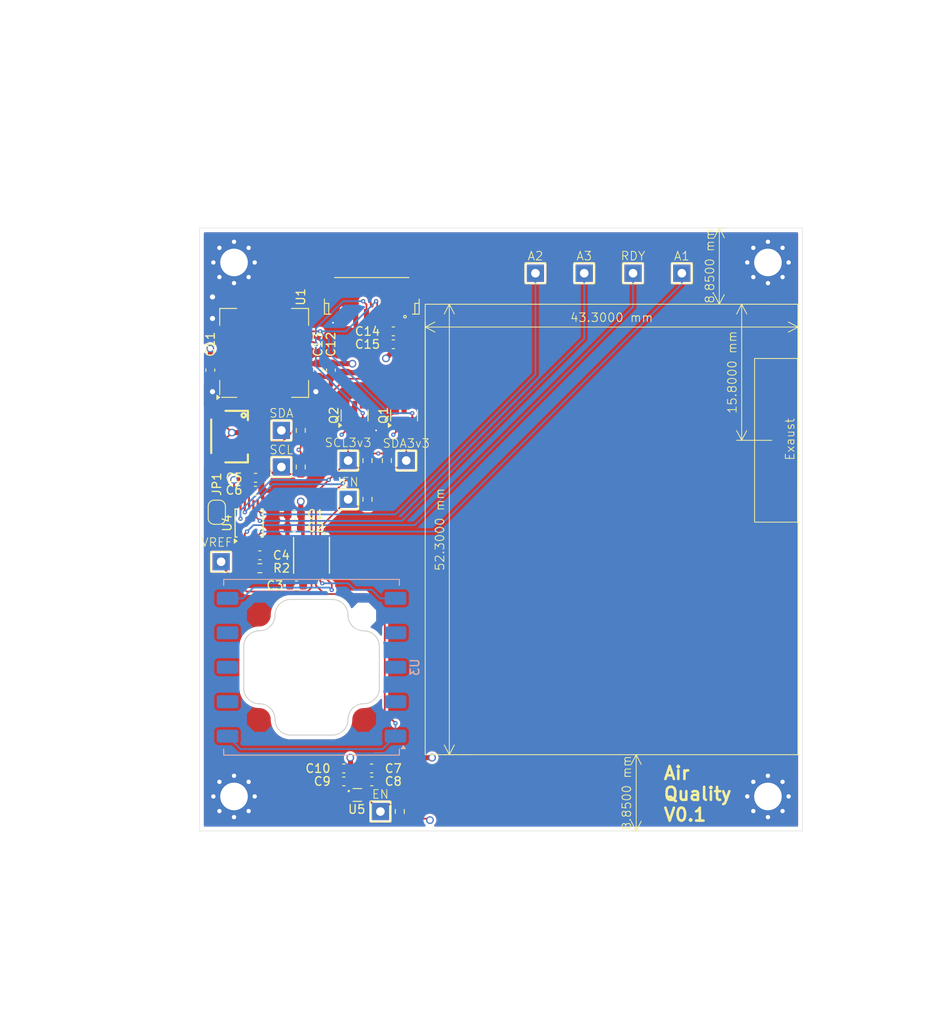
<source format=kicad_pcb>
(kicad_pcb (version 20241229) (generator "pcbnew") (generator_version "9.0")
  (layers (0 "F.Cu" signal) (4 "In1.Cu" power "Ground") (6 "In2.Cu" power "Power") (2 "B.Cu" signal) (13 "F.Paste" user) (15 "B.Paste" user) (5 "F.SilkS" user "F.Silkscreen") (7 "B.SilkS" user "B.Silkscreen") (1 "F.Mask" user) (3 "B.Mask" user) (25 "Edge.Cuts" user))
  (net 0 "")
  (net 1 "GND")
  (net 2 "/i2c-horiz/I2C.SDA")
  (net 3 "/i2c-horiz/I2C.SCL")
  (net 7 "Net-(U2-C2)")
  (net 8 "Net-(U2-C1)")
  (net 9 "Net-(U4-AIN0)")
  (net 10 "/3v3/VIN")
  (net 11 "/3v3/VOUT")
  (net 12 "Net-(Q1-D)")
  (net 13 "Net-(Q2-D)")
  (net 14 "Net-(JP1-B)")
  (net 15 "Net-(U2-!EN)")
  (net 16 "Net-(U2-VOUT)")
  (net 17 "Net-(U5-EN)")
  (net 18 "Net-(U2-VREF)")
  (net 19 "Net-(U4-AIN1)")
  (net 20 "Net-(U4-AIN2)")
  (net 21 "Net-(U4-AIN3)")
  (net 22 "Net-(U4-ALERT{slash}RDY)")
  (net 23 "Net-(U2-CE)")
  (net 24 "Net-(U2-WE)")
  (net 26 "Net-(U2-RE)")
  (footprint "Capacitor_SMD:C_0603_1608Metric" (layer "F.Cu") (at 13.25 28.5 -90)
    (property "Reference" "C11")
    (property "Value" "100nF")
  )
  (footprint "Capacitor_SMD:C_0603_1608Metric" (layer "F.Cu") (at 25.75 28.5 -90)
    (property "Reference" "C13")
    (property "Value" "100nF")
  )
  (footprint "Sensor:Sensirion_SCD4x-1EP_10.1x10.1mm_P1.25mm_EP4.8x4.8mm" (layer "F.Cu") (at 19.5 26.5 90)
    (property "Reference" "U1")
    (property "Value" "SCD41-D-R2")
  )
  (footprint "easyeda2kicad:LabeledTestPoint" (layer "F.Cu") (at 14.5 50.75)
    (property "Reference" "TP2" (hide yes))
    (property "Value" "LabeledTestPoint")
  )
  (footprint "easyeda2kicad:LabeledTestPoint" (layer "F.Cu") (at 29.25 39)
    (property "Reference" "TP8" (hide yes))
    (property "Value" "LabeledTestPoint")
  )
  (footprint "easyeda2kicad:WSON-14_L4.0-W4.0-P0.50-BL-EP-1" (layer "F.Cu") (at 25 50 180)
    (property "Reference" "U2" (hide yes))
    (property "Value" "LMP91000SDX/NOPB")
  )
  (footprint "MountingHole:MountingHole_3.2mm_M3_Pad_Via" (layer "F.Cu") (at 16 78)
    (property "Reference" "H1" (hide yes))
    (property "Value" "MountingHole_Pad")
  )
  (footprint "Capacitor_SMD:C_0603_1608Metric" (layer "F.Cu") (at 31.975 74.75)
    (property "Reference" "C7")
    (property "Value" "4.7uF")
  )
  (footprint "Capacitor_SMD:C_0603_1608Metric" (layer "F.Cu") (at 34.5 25.5 180)
    (property "Reference" "C15")
    (property "Value" "1uF")
  )
  (footprint "easyeda2kicad:LabeledTestPoint" (layer "F.Cu") (at 68 17.25)
    (property "Reference" "TP3" (hide yes))
    (property "Value" "LabeledTestPoint")
  )
  (footprint "MountingHole:MountingHole_3.2mm_M3_Pad_Via" (layer "F.Cu") (at 78 78)
    (property "Reference" "H4" (hide yes))
    (property "Value" "MountingHole_Pad")
  )
  (footprint "Resistor_SMD:R_0603_1608Metric" (layer "F.Cu") (at 31.5 39 -90)
    (property "Reference" "R4" (hide yes))
    (property "Value" "4.7k")
  )
  (footprint "easyeda2kicad:LabeledTestPoint" (layer "F.Cu") (at 29.25 43.5)
    (property "Reference" "TP1" (hide yes))
    (property "Value" "LabeledTestPoint")
  )
  (footprint "Resistor_SMD:R_0603_1608Metric" (layer "F.Cu") (at 33.75 39 -90)
    (property "Reference" "R5" (hide yes))
    (property "Value" "4.7k")
  )
  (footprint "easyeda2kicad:LabeledTestPoint" (layer "F.Cu") (at 21.5 39.75)
    (property "Reference" "TP10" (hide yes))
    (property "Value" "LabeledTestPoint")
  )
  (footprint "Package_SO:TSSOP-10_3x3mm_P0.5mm" (layer "F.Cu") (at 17.75 46.25 90)
    (property "Reference" "U4")
    (property "Value" "ADS1115IDGS")
  )
  (footprint "Resistor_SMD:R_0603_1608Metric" (layer "F.Cu") (at 23.75 35.5 90)
    (property "Reference" "R7" (hide yes))
    (property "Value" "10k")
  )
  (footprint "Capacitor_SMD:C_0603_1608Metric" (layer "F.Cu") (at 18.5 41)
    (property "Reference" "C5")
    (property "Value" "1uF")
  )
  (footprint "Capacitor_SMD:C_0603_1608Metric" (layer "F.Cu") (at 32 76.25)
    (property "Reference" "C8")
    (property "Value" "1uF")
  )
  (footprint "easyeda2kicad:CONN-TH_SM06B-GHS-TB-LF-SN" (layer "F.Cu") (at 32 20.5 180)
    (property "Reference" "CN1" (hide yes))
    (property "Value" "SM06B-GHS-TB(LF)(SN)")
  )
  (footprint "Capacitor_SMD:C_0603_1608Metric" (layer "F.Cu") (at 19 50)
    (property "Reference" "C4")
    (property "Value" "1uF")
  )
  (footprint "Capacitor_SMD:C_0603_1608Metric" (layer "F.Cu") (at 34.5 24 180)
    (property "Reference" "C14")
    (property "Value" "100nf")
  )
  (footprint "easyeda2kicad:LabeledTestPoint" (layer "F.Cu") (at 36 39)
    (property "Reference" "TP9" (hide yes))
    (property "Value" "LabeledTestPoint")
  )
  (footprint "Capacitor_SMD:C_0603_1608Metric" (layer "F.Cu") (at 27.25 28.5 -90)
    (property "Reference" "C12")
    (property "Value" "10uF")
  )
  (footprint "Capacitor_SMD:C_0603_1608Metric" (layer "F.Cu") (at 28.75 74.75 180)
    (property "Reference" "C10")
    (property "Value" "4.7uF")
  )
  (footprint "easyeda2kicad:LabeledTestPoint" (layer "F.Cu") (at 56.666667 17.25)
    (property "Reference" "TP5" (hide yes))
    (property "Value" "LabeledTestPoint")
  )
  (footprint "Capacitor_SMD:C_0603_1608Metric" (layer "F.Cu") (at 22.975 46.75 180)
    (property "Reference" "C2")
    (property "Value" "100nF")
  )
  (footprint "Capacitor_SMD:C_0603_1608Metric" (layer "F.Cu") (at 28.75 76.25 180)
    (property "Reference" "C9")
    (property "Value" "1uF")
  )
  (footprint "Resistor_SMD:R_0603_1608Metric" (layer "F.Cu") (at 23.75 39.75 -90)
    (property "Reference" "R6" (hide yes))
    (property "Value" "10k")
  )
  (footprint "easyeda2kicad:LabeledTestPoint" (layer "F.Cu") (at 21.5 35.5)
    (property "Reference" "TP11" (hide yes))
    (property "Value" "LabeledTestPoint")
  )
  (footprint "MountingHole:MountingHole_3.2mm_M3_Pad_Via" (layer "F.Cu") (at 78 16)
    (property "Reference" "H3" (hide yes))
    (property "Value" "MountingHole_Pad")
  )
  (footprint "Jumper:SolderJumper-2_P1.3mm_Bridged2Bar_RoundedPad1.0x1.5mm" (layer "F.Cu") (at 14 45 -90)
    (property "Reference" "JP1")
    (property "Value" "SolderJumper_2_Bridged")
  )
  (footprint "MountingHole:MountingHole_3.2mm_M3_Pad_Via" (layer "F.Cu") (at 16 16)
    (property "Reference" "H2" (hide yes))
    (property "Value" "MountingHole_Pad")
  )
  (footprint "Capacitor_SMD:C_0603_1608Metric" (layer "F.Cu") (at 23 45.25 180)
    (property "Reference" "C1")
    (property "Value" "1uF")
  )
  (footprint "Package_TO_SOT_SMD:SOT-23" (layer "F.Cu") (at 30 33.75 90)
    (property "Reference" "Q2")
    (property "Value" "BSS138")
  )
  (footprint "Resistor_SMD:R_0603_1608Metric" (layer "F.Cu") (at 35.25 79.75 90)
    (property "Reference" "R3" (hide yes))
    (property "Value" "R")
  )
  (footprint "easyeda2kicad:LabeledTestPoint" (layer "F.Cu") (at 33 79.75)
    (property "Reference" "TP7" (hide yes))
    (property "Value" "LabeledTestPoint")
  )
  (footprint "Resistor_SMD:R_0603_1608Metric" (layer "F.Cu") (at 19 51.5 180)
    (property "Reference" "R2")
    (property "Value" "1k")
  )
  (footprint "easyeda2kicad:LabeledTestPoint" (layer "F.Cu") (at 51 17.25)
    (property "Reference" "TP4" (hide yes))
    (property "Value" "LabeledTestPoint")
  )
  (footprint "Resistor_SMD:R_0603_1608Metric" (layer "F.Cu") (at 31.5 43.5 90)
    (property "Reference" "R1" (hide yes))
    (property "Value" "10k")
  )
  (footprint "Capacitor_SMD:C_0603_1608Metric" (layer "F.Cu") (at 18.5 42.5)
    (property "Reference" "C6")
    (property "Value" "100nF")
  )
  (footprint "Package_SON:Texas_X2SON-4_1x1mm_P0.65mm" (layer "F.Cu") (at 30.32 77.825)
    (property "Reference" "U5")
    (property "Value" "TPS7A20xxxDQN")
  )
  (footprint "Capacitor_SMD:C_0603_1608Metric" (layer "F.Cu") (at 23.25 53.5 180)
    (property "Reference" "C3")
    (property "Value" "C")
  )
  (footprint "Package_TO_SOT_SMD:SOT-23" (layer "F.Cu") (at 35.75 33.75 90)
    (property "Reference" "Q1")
    (property "Value" "BSS138")
  )
  (footprint "easyeda2kicad:LabeledTestPoint" (layer "F.Cu") (at 62.333333 17.25)
    (property "Reference" "TP6" (hide yes))
    (property "Value" "LabeledTestPoint")
  )
  (footprint "easyeda2kicad:CONN-SMD_4P-P1.00_SM04B-SRSS-TB-LF-SN" (layer "F.Cu") (at 15.81 36.25 -90)
    (property "Reference" "CN2" (hide yes))
    (property "Value" "SM04B-SRSS-TB (LF)(SN)")
  )
  (footprint "Sensor:SPEC_110-xxx_SMD-10Pin_20x20mm_P4.0mm" (layer "B.Cu") (at 25 63 90)
    (property "Reference" "U3")
    (property "Value" "3SP-H2S-50_110-304" (hide yes))
    (fp_line (start 2.415 -7.875) (end -2.415 -7.875) (stroke (width 0.12)) (layer "Edge.Cuts"))
    (fp_line (start 7.875 2.415) (end 7.875 -2.415) (stroke (width 0.12)) (layer "Edge.Cuts"))
    (fp_line (start -7.875 2.415) (end -7.875 -2.415) (stroke (width 0.12)) (layer "Edge.Cuts"))
    (fp_line (start 2.415 7.875) (end -2.415 7.875) (stroke (width 0.12)) (layer "Edge.Cuts"))
    (fp_arc (start 2.415 -7.875) (mid 3.701934 -7.341934) (end 4.235 -6.055) (stroke (width 0.12)) (layer "Edge.Cuts"))
    (fp_arc (start -4.235 -6.055) (mid -3.701934 -7.341934) (end -2.415 -7.875) (stroke (width 0.12)) (layer "Edge.Cuts"))
    (fp_arc (start -4.235 -6.055) (mid -4.768066 -4.768066) (end -6.055 -4.235) (stroke (width 0.12)) (layer "Edge.Cuts"))
    (fp_arc (start 6.055 -4.235) (mid 4.768066 -4.768066) (end 4.235 -6.055) (stroke (width 0.12)) (layer "Edge.Cuts"))
    (fp_arc (start 6.055 -4.235) (mid 7.341934 -3.701934) (end 7.875 -2.415) (stroke (width 0.12)) (layer "Edge.Cuts"))
    (fp_arc (start -7.875 -2.415) (mid -7.341934 -3.701934) (end -6.055 -4.235) (stroke (width 0.12)) (layer "Edge.Cuts"))
    (fp_arc (start 7.875 2.415) (mid 7.341934 3.701934) (end 6.055 4.235) (stroke (width 0.12)) (layer "Edge.Cuts"))
    (fp_arc (start -6.055 4.235) (mid -7.341934 3.701934) (end -7.875 2.415) (stroke (width 0.12)) (layer "Edge.Cuts"))
    (fp_arc (start -6.055 4.235) (mid -4.768066 4.768066) (end -4.235 6.055) (stroke (width 0.12)) (layer "Edge.Cuts"))
    (fp_arc (start 4.235 6.055) (mid 4.768066 4.768066) (end 6.055 4.235) (stroke (width 0.12)) (layer "Edge.Cuts"))
    (fp_arc (start 4.235 6.055) (mid 3.701934 7.341934) (end 2.415 7.875) (stroke (width 0.12)) (layer "Edge.Cuts"))
    (fp_arc (start -2.415 7.875) (mid -3.701934 7.341934) (end -4.235 6.055) (stroke (width 0.12)) (layer "Edge.Cuts"))
  )
  (gr_rect (start 76.45 27.15) (end 81.45 46.15) (stroke (width 0.1)) (fill no) (layer "F.SilkS"))
  (gr_rect (start 38.2 20.85) (end 81.5 73.15) (stroke (width 0.1)) (fill no) (layer "F.SilkS"))
  (gr_poly (pts (xy 12 12) (xy 82 12) (xy 82 82) (xy 12 82)) (stroke (width 0.05)) (fill no) (layer "Edge.Cuts"))
  (gr_text "Air \nQuality\nV0.1" (at 65.75 81 0) (layer "F.SilkS") (effects (font (size 1.5 1.5) (thickness 0.3) (bold yes)) (justify left bottom)))
  (gr_text "Exaust" (at 81.15 39.05 90) (layer "F.SilkS") (effects (font (size 1 1) (thickness 0.1)) (justify left bottom)))
  (dimension (type orthogonal) (layer "F.SilkS") (pts (xy 79.05 20.85) (xy 78.95 36.65)) (height -4.1) (orientation 1) (format (prefix "") (suffix "") (units 3) (units_format 1) (precision 4)) (style (thickness 0.1) (arrow_length 1.27) (text_position_mode 0) (arrow_direction outward) (extension_height 0.58642) (extension_offset 0.5) (keep_text_aligned yes)) (gr_text "15.8000 mm" (at 73.85 28.75 90) (layer "F.SilkS") (effects (font (size 1 1) (thickness 0.1)))))
  (dimension (type orthogonal) (layer "F.SilkS") (pts (xy 38.2 43) (xy 81.5 43)) (height -19.5) (orientation 0) (format (prefix "") (suffix "") (units 3) (units_format 1) (precision 4)) (style (thickness 0.1) (arrow_length 1.27) (text_position_mode 0) (arrow_direction outward) (extension_height 0.58642) (extension_offset 0.5) (keep_text_aligned yes)) (gr_text "43.3000 mm" (at 59.85 22.4 0) (layer "F.SilkS") (effects (font (size 1 1) (thickness 0.1)))))
  (dimension (type orthogonal) (layer "F.SilkS") (pts (xy 63.55 82) (xy 63.1 73.15)) (height -0.85) (orientation 1) (format (prefix "") (suffix "") (units 3) (units_format 1) (precision 4)) (style (thickness 0.1) (arrow_length 1.27) (text_position_mode 0) (arrow_direction outward) (extension_height 0.58642) (extension_offset 0.5) (keep_text_aligned yes)) (gr_text "8.8500 mm" (at 61.6 77.575 90) (layer "F.SilkS") (effects (font (size 1 1) (thickness 0.1)))))
  (dimension (type orthogonal) (layer "F.SilkS") (pts (xy 42 20.85) (xy 44 73.15)) (height -1) (orientation 1) (format (prefix "") (suffix "") (units 3) (units_format 1) (precision 4)) (style (thickness 0.1) (arrow_length 1.27) (text_position_mode 0) (arrow_direction outward) (extension_height 0.58642) (extension_offset 0.5) (keep_text_aligned yes)) (gr_text "52.3000 mm" (at 39.9 47 90) (layer "F.SilkS") (effects (font (size 1 1) (thickness 0.1)))))
  (dimension (type orthogonal) (layer "F.SilkS") (pts (xy 72.15 12) (xy 72.55 20.85)) (height 0.2) (orientation 1) (format (prefix "") (suffix "") (units 3) (units_format 1) (precision 4)) (style (thickness 0.1) (arrow_length 1.27) (text_position_mode 0) (arrow_direction outward) (extension_height 0.58642) (extension_offset 0.5) (keep_text_aligned yes)) (gr_text "8.8500 mm" (at 71.25 16.425 90) (layer "F.SilkS") (effects (font (size 1 1) (thickness 0.1)))))
  (segment (start 13.525 29) (end 13.25 29.275) (width 0.6) (layer "F.Cu") (net 1))
  (segment (start 23.65 29) (end 25.475 29) (width 0.5) (layer "F.Cu") (net 1))
  (segment (start 29.89 78.15) (end 29.995 78.15) (width 0.2) (layer "F.Cu") (net 1))
  (segment (start 15.35 29) (end 13.525 29) (width 0.6) (layer "F.Cu") (net 1))
  (segment (start 17.75 48.4) (end 17.75 49.25) (width 0.2) (layer "F.Cu") (net 1))
  (segment (start 29.995 78.15) (end 30.32 77.825) (width 0.2) (layer "F.Cu") (net 1))
  (segment (start 17.75 49.25) (end 16.75 50.25) (width 0.2) (layer "F.Cu") (net 1))
  (segment (start 25.475 29) (end 25.75 29.275) (width 0.5) (layer "F.Cu") (net 1))
  (via (at 25.5 31) (size 0.9) (drill 0.6) (layers "F.Cu" "B.Cu") (net 1))
  (via (at 13.5 22.5) (size 0.9) (drill 0.6) (layers "F.Cu" "B.Cu") (net 1))
  (via (at 27.5 23) (size 0.5) (drill 0.2) (layers "F.Cu" "B.Cu") (net 1))
  (via (at 13.5 20) (size 0.9) (drill 0.6) (layers "F.Cu" "B.Cu") (net 1))
  (via (at 13.5 31) (size 0.9) (drill 0.6) (layers "F.Cu" "B.Cu") (net 1))
  (via (at 32.5 35.5) (size 0.5) (drill 0.2) (layers "F.Cu" "B.Cu") (net 1))
  (segment (start 33.122 40.453) (end 33.75 39.825) (width 0.2) (layer "F.Cu") (net 2))
  (segment (start 32.63 20.63) (end 32.5 20.5) (width 0.2) (layer "F.Cu") (net 2))
  (segment (start 35.175 39.825) (end 36 39) (width 0.2) (layer "F.Cu") (net 2))
  (segment (start 25.5 48.09) (end 25.5 44.794) (width 0.2) (layer "F.Cu") (net 2))
  (segment (start 36 35.3875) (end 36.7 34.6875) (width 0.2) (layer "F.Cu") (net 2))
  (segment (start 25.5 44.794) (end 28.647 41.647) (width 0.2) (layer "F.Cu") (net 2))
  (segment (start 23.65 24) (end 26 24) (width 0.2) (layer "F.Cu") (net 2))
  (segment (start 29.841 40.453) (end 33.122 40.453) (width 0.2) (layer "F.Cu") (net 2))
  (segment (start 33.75 39.825) (end 35.175 39.825) (width 0.2) (layer "F.Cu") (net 2))
  (segment (start 28.647 41.647) (end 29.841 40.453) (width 0.2) (layer "F.Cu") (net 2))
  (segment (start 36 39) (end 36 35.3875) (width 0.2) (layer "F.Cu") (net 2))
  (segment (start 36.7 34.6875) (end 36.7 33.5) (width 0.2) (layer "F.Cu") (net 2))
  (segment (start 32.63 22.25) (end 32.63 20.63) (width 0.2) (layer "F.Cu") (net 2))
  (segment (start 17.25 44.1) (end 17.25 45) (width 0.2) (layer "F.Cu") (net 2))
  (via (at 17.25 45) (size 0.5) (drill 0.2) (layers "F.Cu" "B.Cu") (net 2))
  (via (at 36.7 33.5) (size 0.5) (drill 0.2) (layers "F.Cu" "B.Cu") (net 2))
  (via (at 28.647 41.647) (size 0.5) (drill 0.2) (layers "F.Cu" "B.Cu") (net 2))
  (via (at 32.5 20.5) (size 0.5) (drill 0.2) (layers "F.Cu" "B.Cu") (net 2))
  (via (at 26 24) (size 0.5) (drill 0.2) (layers "F.Cu" "B.Cu") (net 2))
  (segment (start 27 26.5) (end 34 33.5) (width 0.2) (layer "B.Cu") (net 2))
  (segment (start 27 25) (end 27 26.5) (width 0.2) (layer "B.Cu") (net 2))
  (segment (start 28.5 41.75) (end 20.5 41.75) (width 0.2) (layer "B.Cu") (net 2))
  (segment (start 26 24) (end 29 24) (width 0.2) (layer "B.Cu") (net 2))
  (segment (start 20.5 41.75) (end 17.25 45) (width 0.2) (layer "B.Cu") (net 2))
  (segment (start 34 33.5) (end 36.7 33.5) (width 0.2) (layer "B.Cu") (net 2))
  (segment (start 27 25) (end 26 24) (width 0.2) (layer "B.Cu") (net 2))
  (segment (start 29 24) (end 32.5 20.5) (width 0.2) (layer "B.Cu") (net 2))
  (segment (start 31.38 20.88) (end 31 20.5) (width 0.2) (layer "F.Cu") (net 3))
  (segment (start 25.25 25.25) (end 25.5 25.5) (width 0.2) (layer "F.Cu") (net 3))
  (segment (start 16.75 44.1) (end 16.75 45.75) (width 0.2) (layer "F.Cu") (net 3))
  (segment (start 29.25 36.3875) (end 30.95 34.6875) (width 0.2) (layer "F.Cu") (net 3))
  (segment (start 25 43.25) (end 29.25 39) (width 0.2) (layer "F.Cu") (net 3))
  (segment (start 31.5 39.825) (end 30.075 39.825) (width 0.2) (layer "F.Cu") (net 3))
  (segment (start 30.075 39.825) (end 29.25 39) (width 0.2) (layer "F.Cu") (net 3))
  (segment (start 23.65 25.25) (end 25.25 25.25) (width 0.2) (layer "F.Cu") (net 3))
  (segment (start 25 48.09) (end 25 43.25) (width 0.2) (layer "F.Cu") (net 3))
  (segment (start 30.95 34.6875) (end 30.95 33.5) (width 0.2) (layer "F.Cu") (net 3))
  (segment (start 29.25 39) (end 29.25 36.3875) (width 0.2) (layer "F.Cu") (net 3))
  (segment (start 31.38 22.25) (end 31.38 20.88) (width 0.2) (layer "F.Cu") (net 3))
  (via (at 16.75 45.75) (size 0.5) (drill 0.2) (layers "F.Cu" "B.Cu") (net 3))
  (via (at 25.5 25.5) (size 0.5) (drill 0.2) (layers "F.Cu" "B.Cu") (net 3))
  (via (at 27 41.25) (size 0.5) (drill 0.2) (layers "F.Cu" "B.Cu") (net 3))
  (via (at 30.95 33.5) (size 0.5) (drill 0.2) (layers "F.Cu" "B.Cu") (net 3))
  (via (at 31 20.5) (size 0.5) (drill 0.2) (layers "F.Cu" "B.Cu") (net 3))
  (segment (start 25.5 23.662003) (end 28.662003 20.5) (width 0.2) (layer "B.Cu") (net 3))
  (segment (start 16.75 44.824005) (end 20.324005 41.25) (width 0.2) (layer "B.Cu") (net 3))
  (segment (start 16.75 45.75) (end 16.75 44.824005) (width 0.2) (layer "B.Cu") (net 3))
  (segment (start 20.324005 41.25) (end 27 41.25) (width 0.2) (layer "B.Cu") (net 3))
  (segment (start 30.95 33.5) (end 25.5 28.05) (width 0.2) (layer "B.Cu") (net 3))
  (segment (start 25.5 25.5) (end 25.5 23.662003) (width 0.2) (layer "B.Cu") (net 3))
  (segment (start 25.5 28.05) (end 25.5 25.5) (width 0.2) (layer "B.Cu") (net 3))
  (segment (start 28.662003 20.5) (end 31 20.5) (width 0.2) (layer "B.Cu") (net 3))
  (segment (start 24 52.336) (end 24 51.91) (width 0.2) (layer "F.Cu") (net 7))
  (segment (start 22.836 53.5) (end 24 52.336) (width 0.2) (layer "F.Cu") (net 7))
  (segment (start 22.475 53.5) (end 22.836 53.5) (width 0.2) (layer "F.Cu") (net 7))
  (segment (start 24.5 53.025) (end 24.5 51.91) (width 0.2) (layer "F.Cu") (net 8))
  (segment (start 24.025 53.5) (end 24.5 53.025) (width 0.2) (layer "F.Cu") (net 8))
  (segment (start 18.15 51.5) (end 18.15 50.075) (width 0.2) (layer "F.Cu") (net 9))
  (segment (start 18.225 50) (end 18.225 48.425) (width 0.2) (layer "F.Cu") (net 9))
  (segment (start 18.15 50.075) (end 18.225 50) (width 0.2) (layer "F.Cu") (net 9))
  (segment (start 18.225 48.425) (end 18.25 48.4) (width 0.2) (layer "F.Cu") (net 9))
  (segment (start 13.87 33.45) (end 13.87 33.87) (width 0.2) (layer "F.Cu") (net 10))
  (segment (start 23.75 36.325) (end 23.75 37.5) (width 0.2) (layer "F.Cu") (net 10))
  (segment (start 23.75 37.5) (end 23.5 37.75) (width 0.2) (layer "F.Cu") (net 10))
  (segment (start 30.75 76.725) (end 31.225 76.25) (width 0.2) (layer "F.Cu") (net 10))
  (segment (start 13.25 27.725) (end 13.25 26) (width 0.6) (layer "F.Cu") (net 10))
  (segment (start 35.275 22.395) (end 35.13 22.25) (width 0.6) (layer "F.Cu") (net 10))
  (segment (start 13.87 37.63) (end 15.75 35.75) (width 0.2) (layer "F.Cu") (net 10))
  (segment (start 31.2 76.225) (end 31.225 76.25) (width 0.6) (layer "F.Cu") (net 10))
  (segment (start 23.75 38.925) (end 23.75 38) (width 0.2) (layer "F.Cu") (net 10))
  (segment (start 38.75 80.75) (end 38.575 80.575) (width 0.2) (layer "F.Cu") (net 10))
  (segment (start 15.35 27.75) (end 13.275 27.75) (width 0.6) (layer "F.Cu") (net 10))
  (segment (start 31.2 74.75) (end 31.2 76.225) (width 0.6) (layer "F.Cu") (net 10))
  (segment (start 35.275 25.5) (end 35.275 22.395) (width 0.6) (layer "F.Cu") (net 10))
  (segment (start 33.6375 27.1375) (end 35.275 25.5) (width 0.6) (layer "F.Cu") (net 10))
  (segment (start 13.275 27.75) (end 13.25 27.725) (width 0.6) (layer "F.Cu") (net 10))
  (segment (start 30.75 77.5) (end 30.75 76.725) (width 0.2) (layer "F.Cu") (net 10))
  (segment (start 13.87 33.87) (end 15.75 35.75) (width 0.2) (layer "F.Cu") (net 10))
  (segment (start 38.575 80.575) (end 35.25 80.575) (width 0.2) (layer "F.Cu") (net 10))
  (segment (start 23.65 27.75) (end 29.75 27.75) (width 0.6) (layer "F.Cu") (net 10))
  (segment (start 13.87 39.05) (end 13.87 37.63) (width 0.2) (layer "F.Cu") (net 10))
  (segment (start 17.75 35.75) (end 15.75 35.75) (width 0.6) (layer "F.Cu") (net 10))
  (segment (start 32.45 73.5) (end 39 73.5) (width 0.6) (layer "F.Cu") (net 10))
  (segment (start 31.2 74.75) (end 32.45 73.5) (width 0.6) (layer "F.Cu") (net 10))
  (segment (start 23.75 38) (end 23.5 37.75) (width 0.2) (layer "F.Cu") (net 10))
  (via (at 23.5 37.75) (size 0.5) (drill 0.2) (layers "F.Cu" "B.Cu") (net 10))
  (via (at 38.75 80.75) (size 0.9) (drill 0.6) (layers "F.Cu" "B.Cu") (net 10))
  (via (at 33.6375 27.1375) (size 0.9) (drill 0.6) (layers "F.Cu" "B.Cu") (net 10))
  (via (at 15.75 35.75) (size 0.9) (drill 0.6) (layers "F.Cu" "B.Cu") (net 10))
  (via (at 39 73.5) (size 0.9) (drill 0.6) (layers "F.Cu" "B.Cu") (net 10))
  (via (at 29.75 27.75) (size 0.9) (drill 0.6) (layers "F.Cu" "B.Cu") (net 10))
  (via (at 13.25 26) (size 0.9) (drill 0.6) (layers "F.Cu" "B.Cu") (net 10))
  (segment (start 29.525 74.75) (end 29.525 73.525) (width 0.6) (layer "F.Cu") (net 11))
  (segment (start 17.725 41.25) (end 16 41.25) (width 0.6) (layer "F.Cu") (net 11))
  (segment (start 14 44.35) (end 16 42.35) (width 0.2) (layer "F.Cu") (net 11))
  (segment (start 29.05 34.6875) (end 29.05 35.45) (width 0.2) (layer "F.Cu") (net 11))
  (segment (start 29.525 73.525) (end 29.5 73.5) (width 0.6) (layer "F.Cu") (net 11))
  (segment (start 17.75 42.775) (end 17.725 42.75) (width 0.2) (layer "F.Cu") (net 11))
  (segment (start 29.89 77.5) (end 29.89 76.615) (width 0.2) (layer "F.Cu") (net 11))
  (segment (start 17.75 44.1) (end 17.75 42.775) (width 0.2) (layer "F.Cu") (net 11))
  (segment (start 16 42.35) (end 16 41.25) (width 0.2) (layer "F.Cu") (net 11))
  (segment (start 24 45.475) (end 23.775 45.25) (width 0.2) (layer "F.Cu") (net 11))
  (segment (start 34.8 34.6875) (end 34.8 35.7) (width 0.2) (layer "F.Cu") (net 11))
  (segment (start 29.525 74.75) (end 29.525 76.25) (width 0.6) (layer "F.Cu") (net 11))
  (segment (start 17.725 42.75) (end 17.725 41.25) (width 0.6) (layer "F.Cu") (net 11))
  (segment (start 24 48.09) (end 24 45.475) (width 0.4) (layer "F.Cu") (net 11))
  (segment (start 29.05 35.45) (end 28.5 36) (width 0.2) (layer "F.Cu") (net 11))
  (segment (start 32.75 38.175) (end 33.75 38.175) (width 0.2) (layer "F.Cu") (net 11))
  (segment (start 29.89 76.615) (end 29.525 76.25) (width 0.2) (layer "F.Cu") (net 11))
  (segment (start 34.8 35.7) (end 34.5 36) (width 0.2) (layer "F.Cu") (net 11))
  (segment (start 23.75 46.75) (end 23.75 43.75) (width 0.6) (layer "F.Cu") (net 11))
  (segment (start 31.5 38.175) (end 32.75 38.175) (width 0.2) (layer "F.Cu") (net 11))
  (via (at 32.75 38.175) (size 0.5) (drill 0.2) (layers "F.Cu" "B.Cu") (net 11))
  (via (at 16 41.25) (size 0.9) (drill 0.6) (layers "F.Cu" "B.Cu") (net 11))
  (via (at 23.75 43.75) (size 0.9) (drill 0.6) (layers "F.Cu" "B.Cu") (net 11))
  (via (at 28.5 36) (size 0.5) (drill 0.2) (layers "F.Cu" "B.Cu") (net 11))
  (via (at 29.5 73.5) (size 0.9) (drill 0.6) (layers "F.Cu" "B.Cu") (net 11))
  (via (at 34.5 36) (size 0.5) (drill 0.2) (layers "F.Cu" "B.Cu") (net 11))
  (segment (start 28.925 29.5) (end 32.4375 29.5) (width 0.2) (layer "F.Cu") (net 12))
  (segment (start 21.675 36.75) (end 17.75 36.75) (width 0.2) (layer "F.Cu") (net 12))
  (segment (start 23.75 34.675) (end 21.675 36.75) (width 0.2) (layer "F.Cu") (net 12))
  (segment (start 32.4375 29.5) (end 35.75 32.8125) (width 0.2) (layer "F.Cu") (net 12))
  (segment (start 23.75 34.675) (end 28.925 29.5) (width 0.2) (layer "F.Cu") (net 12))
  (segment (start 29.648772 32.8125) (end 30 32.8125) (width 0.2) (layer "F.Cu") (net 13))
  (segment (start 23.75 40.575) (end 20.575 40.575) (width 0.2) (layer "F.Cu") (net 13))
  (segment (start 23.75 40.575) (end 24.453 39.872) (width 0.2) (layer "F.Cu") (net 13))
  (segment (start 24.453 39.872) (end 24.453 38.008272) (width 0.2) (layer "F.Cu") (net 13))
  (segment (start 24.453 38.008272) (end 29.648772 32.8125) (width 0.2) (layer "F.Cu") (net 13))
  (segment (start 20.575 40.575) (end 17.75 37.75) (width 0.2) (layer "F.Cu") (net 13))
  (segment (start 16.75 48.4) (end 14 45.65) (width 0.2) (layer "F.Cu") (net 14))
  (segment (start 26 48.09) (end 26 46.75) (width 0.2) (layer "F.Cu") (net 15))
  (segment (start 31.5 44.325) (end 30.075 44.325) (width 0.2) (layer "F.Cu") (net 15))
  (segment (start 30.075 44.325) (end 29.25 43.5) (width 0.2) (layer "F.Cu") (net 15))
  (segment (start 26 46.75) (end 29.25 43.5) (width 0.2) (layer "F.Cu") (net 15))
  (segment (start 20.21 51.91) (end 19.8 51.5) (width 0.2) (layer "F.Cu") (net 16))
  (segment (start 23.5 51.91) (end 20.21 51.91) (width 0.2) (layer "F.Cu") (net 16))
  (segment (start 35.25 78.925) (end 33.825 78.925) (width 0.2) (layer "F.Cu") (net 17))
  (segment (start 31.4 78.15) (end 33 79.75) (width 0.2) (layer "F.Cu") (net 17))
  (segment (start 33.825 78.925) (end 33 79.75) (width 0.2) (layer "F.Cu") (net 17))
  (segment (start 30.75 78.15) (end 31.4 78.15) (width 0.2) (layer "F.Cu") (net 17))
  (segment (start 17.453 54.203) (end 14 50.75) (width 0.2) (layer "F.Cu") (net 18))
  (segment (start 24.547 54.203) (end 17.453 54.203) (width 0.2) (layer "F.Cu") (net 18))
  (segment (start 25 51.91) (end 25 53.75) (width 0.2) (layer "F.Cu") (net 18))
  (segment (start 25 53.75) (end 24.547 54.203) (width 0.2) (layer "F.Cu") (net 18))
  (segment (start 18.75 48.4) (end 18.75 47.75) (width 0.2) (layer "F.Cu") (net 19))
  (segment (start 18.75 47.75) (end 19.25 47.25) (width 0.2) (layer "F.Cu") (net 19))
  (via (at 19.25 47.25) (size 0.5) (drill 0.2) (layers "F.Cu" "B.Cu") (net 19))
  (segment (start 68 17.25) (end 68 18.5) (width 0.2) (layer "B.Cu") (net 19))
  (segment (start 39.25 47.25) (end 19.25 47.25) (width 0.2) (layer "B.Cu") (net 19))
  (segment (start 68 18.5) (end 39.25 47.25) (width 0.2) (layer "B.Cu") (net 19))
  (segment (start 18.75 44.1) (end 18.75 44.75) (width 0.2) (layer "F.Cu") (net 20))
  (segment (start 18.75 44.75) (end 19.25 45.25) (width 0.2) (layer "F.Cu") (net 20))
  (via (at 19.25 45.25) (size 0.5) (drill 0.2) (layers "F.Cu" "B.Cu") (net 20))
  (segment (start 51 29) (end 34.75 45.25) (width 0.2) (layer "B.Cu") (net 20))
  (segment (start 51 17.25) (end 51 29) (width 0.2) (layer "B.Cu") (net 20))
  (segment (start 34.75 45.25) (end 19.25 45.25) (width 0.2) (layer "B.Cu") (net 20))
  (segment (start 18.25 44.1) (end 18.25 45.25) (width 0.2) (layer "F.Cu") (net 21))
  (segment (start 18.25 45.25) (end 19 46) (width 0.2) (layer "F.Cu") (net 21))
  (via (at 19 46) (size 0.5) (drill 0.2) (layers "F.Cu" "B.Cu") (net 21))
  (segment (start 56.666667 17.25) (end 56.666667 24.833333) (width 0.2) (layer "B.Cu") (net 21))
  (segment (start 35.5 46) (end 19 46) (width 0.2) (layer "B.Cu") (net 21))
  (segment (start 56.666667 24.833333) (end 35.5 46) (width 0.2) (layer "B.Cu") (net 21))
  (segment (start 17.25 47.5) (end 17.5 47.25) (width 0.2) (layer "F.Cu") (net 22))
  (segment (start 17.25 48.4) (end 17.25 47.5) (width 0.2) (layer "F.Cu") (net 22))
  (via (at 17.5 47.25) (size 0.5) (drill 0.2) (layers "F.Cu" "B.Cu") (net 22))
  (segment (start 62.333333 17.25) (end 62.333333 21.166667) (width 0.2) (layer "B.Cu") (net 22))
  (segment (start 18.25 46.5) (end 17.5 47.25) (width 0.2) (layer "B.Cu") (net 22))
  (segment (start 37 46.5) (end 18.25 46.5) (width 0.2) (layer "B.Cu") (net 22))
  (segment (start 62.333333 21.166667) (end 37 46.5) (width 0.2) (layer "B.Cu") (net 22))
  (segment (start 27.348421 54.023001) (end 27.348421 53.348421) (width 0.2) (layer "F.Cu") (net 23))
  (segment (start 26.5 52.5) (end 26.5 51.91) (width 0.2) (layer "F.Cu") (net 23))
  (segment (start 27.348421 53.348421) (end 26.5 52.5) (width 0.2) (layer "F.Cu") (net 23))
  (via (at 27.348421 54.023001) (size 0.5) (drill 0.2) (layers "F.Cu" "B.Cu") (net 23))
  (segment (start 27.07542 53.75) (end 18.25 53.75) (width 0.2) (layer "B.Cu") (net 23))
  (segment (start 18.25 53.75) (end 17 55) (width 0.2) (layer "B.Cu") (net 23))
  (segment (start 15.25 55) (end 17 55) (width 0.2) (layer "B.Cu") (net 23))
  (segment (start 27.348421 54.023001) (end 27.07542 53.75) (width 0.2) (layer "B.Cu") (net 23))
  (segment (start 25.5 53.5) (end 26.5 54.5) (width 0.2) (layer "F.Cu") (net 24))
  (segment (start 33.5 56.75) (end 33.5 68.25) (width 0.2) (layer "F.Cu") (net 24))
  (segment (start 31.25 54.5) (end 33.5 56.75) (width 0.2) (layer "F.Cu") (net 24))
  (segment (start 33.5 68.25) (end 34.75 69.5) (width 0.2) (layer "F.Cu") (net 24))
  (segment (start 25.5 53.5) (end 25.5 51.91) (width 0.2) (layer "F.Cu") (net 24))
  (segment (start 26.5 54.5) (end 31.25 54.5) (width 0.2) (layer "F.Cu") (net 24))
  (via (at 34.75 69.5) (size 0.5) (drill 0.2) (layers "F.Cu" "B.Cu") (net 24))
  (segment (start 34.75 71) (end 34.75 69.5) (width 0.2) (layer "B.Cu") (net 24))
  (segment (start 34.75 71) (end 33.25 72.5) (width 0.2) (layer "B.Cu") (net 24))
  (segment (start 16.75 72.5) (end 15.25 71) (width 0.2) (layer "B.Cu") (net 24))
  (segment (start 33.25 72.5) (end 16.75 72.5) (width 0.2) (layer "B.Cu") (net 24))
  (segment (start 26 53) (end 26 51.91) (width 0.2) (layer "F.Cu") (net 26))
  (segment (start 26.25 53.25) (end 26 53) (width 0.2) (layer "F.Cu") (net 26))
  (via (at 26.25 53.25) (size 0.5) (drill 0.2) (layers "F.Cu" "B.Cu") (net 26))
  (segment (start 32 54) (end 30 54) (width 0.2) (layer "B.Cu") (net 26))
  (segment (start 30 54) (end 29.25 53.25) (width 0.2) (layer "B.Cu") (net 26))
  (segment (start 33 55) (end 32 54) (width 0.2) (layer "B.Cu") (net 26))
  (segment (start 29.25 53.25) (end 26.25 53.25) (width 0.2) (layer "B.Cu") (net 26))
  (segment (start 34.75 55) (end 33 55) (width 0.2) (layer "B.Cu") (net 26))
  (zone (net 1) (net_name "GND") (layers "F.Cu" "B.Cu" "In1.Cu") (priority 1) (connect_pads (clearance 0.3)) (min_thickness 0.25) (fill yes (thermal_gap 0.5) (thermal_bridge_width 0.5))
    (polygon (pts (xy 12 12) (xy 82 12) (xy 82 82) (xy 12 82)))
  )
)
</source>
